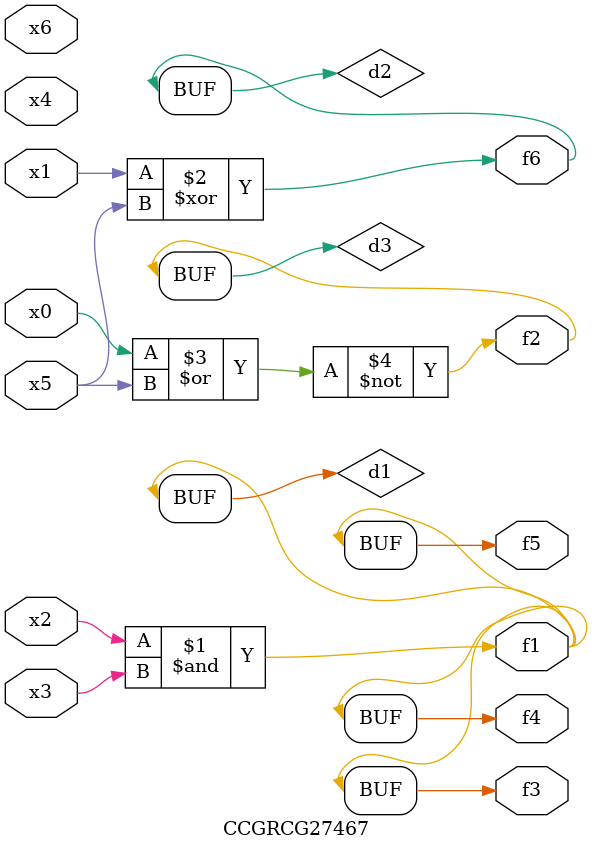
<source format=v>
module CCGRCG27467(
	input x0, x1, x2, x3, x4, x5, x6,
	output f1, f2, f3, f4, f5, f6
);

	wire d1, d2, d3;

	and (d1, x2, x3);
	xor (d2, x1, x5);
	nor (d3, x0, x5);
	assign f1 = d1;
	assign f2 = d3;
	assign f3 = d1;
	assign f4 = d1;
	assign f5 = d1;
	assign f6 = d2;
endmodule

</source>
